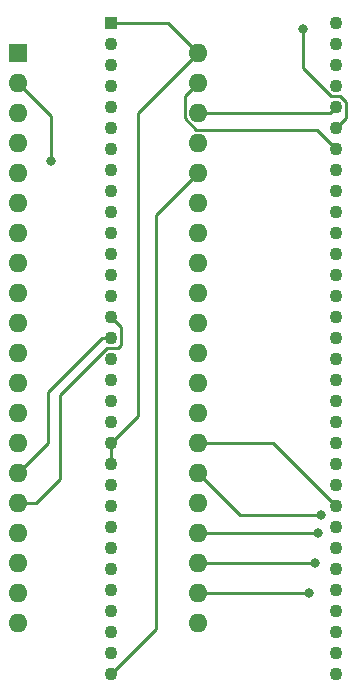
<source format=gbl>
G04 #@! TF.GenerationSoftware,KiCad,Pcbnew,(6.0.0)*
G04 #@! TF.CreationDate,2023-01-29T20:40:06-05:00*
G04 #@! TF.ProjectId,tms7000 64 pin narrow adapter,746d7337-3030-4302-9036-342070696e20,rev?*
G04 #@! TF.SameCoordinates,Original*
G04 #@! TF.FileFunction,Copper,L2,Bot*
G04 #@! TF.FilePolarity,Positive*
%FSLAX46Y46*%
G04 Gerber Fmt 4.6, Leading zero omitted, Abs format (unit mm)*
G04 Created by KiCad (PCBNEW (6.0.0)) date 2023-01-29 20:40:06*
%MOMM*%
%LPD*%
G01*
G04 APERTURE LIST*
G04 #@! TA.AperFunction,ComponentPad*
%ADD10R,1.600000X1.600000*%
G04 #@! TD*
G04 #@! TA.AperFunction,ComponentPad*
%ADD11O,1.600000X1.600000*%
G04 #@! TD*
G04 #@! TA.AperFunction,ComponentPad*
%ADD12R,1.100000X1.100000*%
G04 #@! TD*
G04 #@! TA.AperFunction,ComponentPad*
%ADD13C,1.100000*%
G04 #@! TD*
G04 #@! TA.AperFunction,ViaPad*
%ADD14C,0.800000*%
G04 #@! TD*
G04 #@! TA.AperFunction,Conductor*
%ADD15C,0.250000*%
G04 #@! TD*
G04 APERTURE END LIST*
D10*
X115565000Y-52837000D03*
D11*
X115565000Y-55377000D03*
X115565000Y-57917000D03*
X115565000Y-60457000D03*
X115565000Y-62997000D03*
X115565000Y-65537000D03*
X115565000Y-68077000D03*
X115565000Y-70617000D03*
X115565000Y-73157000D03*
X115565000Y-75697000D03*
X115565000Y-78237000D03*
X115565000Y-80777000D03*
X115565000Y-83317000D03*
X115565000Y-85857000D03*
X115565000Y-88397000D03*
X115565000Y-90937000D03*
X115565000Y-93477000D03*
X115565000Y-96017000D03*
X115565000Y-98557000D03*
X115565000Y-101097000D03*
X130805000Y-101097000D03*
X130805000Y-98557000D03*
X130805000Y-96017000D03*
X130805000Y-93477000D03*
X130805000Y-90937000D03*
X130805000Y-88397000D03*
X130805000Y-85857000D03*
X130805000Y-83317000D03*
X130805000Y-80777000D03*
X130805000Y-78237000D03*
X130805000Y-75697000D03*
X130805000Y-73157000D03*
X130805000Y-70617000D03*
X130805000Y-68077000D03*
X130805000Y-65537000D03*
X130805000Y-62997000D03*
X130805000Y-60457000D03*
X130805000Y-57917000D03*
X130805000Y-55377000D03*
X130805000Y-52837000D03*
D12*
X123444000Y-50292000D03*
D13*
X123444000Y-52070000D03*
X123444000Y-53848000D03*
X123444000Y-55626000D03*
X123444000Y-57404000D03*
X123444000Y-59182000D03*
X123444000Y-60960000D03*
X123444000Y-62738000D03*
X123444000Y-64516000D03*
X123444000Y-66294000D03*
X123444000Y-68072000D03*
X123444000Y-69850000D03*
X123444000Y-71628000D03*
X123444000Y-73406000D03*
X123444000Y-75184000D03*
X123444000Y-76962000D03*
X123444000Y-78740000D03*
X123444000Y-80518000D03*
X123444000Y-82296000D03*
X123444000Y-84074000D03*
X123444000Y-85852000D03*
X123444000Y-87630000D03*
X123444000Y-89408000D03*
X123444000Y-91186000D03*
X123444000Y-92964000D03*
X123444000Y-94742000D03*
X123444000Y-96520000D03*
X123444000Y-98298000D03*
X123444000Y-100076000D03*
X123444000Y-101854000D03*
X123444000Y-103632000D03*
X123444000Y-105410000D03*
X142494000Y-105410000D03*
X142494000Y-103632000D03*
X142494000Y-101854000D03*
X142494000Y-100076000D03*
X142494000Y-98298000D03*
X142494000Y-96520000D03*
X142494000Y-94742000D03*
X142494000Y-92964000D03*
X142494000Y-91186000D03*
X142494000Y-89408000D03*
X142494000Y-87630000D03*
X142494000Y-85852000D03*
X142494000Y-84074000D03*
X142494000Y-82296000D03*
X142494000Y-80518000D03*
X142494000Y-78740000D03*
X142494000Y-76962000D03*
X142494000Y-75184000D03*
X142494000Y-73406000D03*
X142494000Y-71628000D03*
X142494000Y-69850000D03*
X142494000Y-68072000D03*
X142494000Y-66294000D03*
X142494000Y-64516000D03*
X142494000Y-62738000D03*
X142494000Y-60960000D03*
X142494000Y-59182000D03*
X142494000Y-57404000D03*
X142494000Y-55626000D03*
X142494000Y-53848000D03*
X142494000Y-52070000D03*
X142494000Y-50292000D03*
D14*
X139700000Y-50800000D03*
X118364000Y-61976000D03*
X140208000Y-98552000D03*
X140716000Y-96012000D03*
X140970000Y-93472000D03*
X141224000Y-91948000D03*
D15*
X142098511Y-56500511D02*
X139700000Y-54102000D01*
X139700000Y-54102000D02*
X139700000Y-50800000D01*
X143368511Y-58307489D02*
X143368511Y-57012787D01*
X142494000Y-59182000D02*
X143368511Y-58307489D01*
X143368511Y-57012787D02*
X142856235Y-56500511D01*
X142856235Y-56500511D02*
X142098511Y-56500511D01*
X118364000Y-61976000D02*
X118364000Y-58176000D01*
X118364000Y-58176000D02*
X115565000Y-55377000D01*
X118110000Y-85852000D02*
X118110000Y-81518183D01*
X122666183Y-76962000D02*
X123444000Y-76962000D01*
X115565000Y-88397000D02*
X118110000Y-85852000D01*
X118110000Y-81518183D02*
X122666183Y-76962000D01*
X124035533Y-77836511D02*
X123110743Y-77836511D01*
X124318511Y-77553533D02*
X124035533Y-77836511D01*
X123444000Y-75184000D02*
X124318511Y-76058511D01*
X124318511Y-76058511D02*
X124318511Y-77553533D01*
X117089000Y-90937000D02*
X115565000Y-90937000D01*
X119126000Y-88900000D02*
X117089000Y-90937000D01*
X123110743Y-77836511D02*
X119126000Y-81821254D01*
X119126000Y-81821254D02*
X119126000Y-88900000D01*
X140208000Y-98552000D02*
X140203000Y-98557000D01*
X140203000Y-98557000D02*
X130805000Y-98557000D01*
X140716000Y-96012000D02*
X140711000Y-96017000D01*
X140711000Y-96017000D02*
X130805000Y-96017000D01*
X140965000Y-93477000D02*
X130805000Y-93477000D01*
X140970000Y-93472000D02*
X140965000Y-93477000D01*
X141224000Y-91948000D02*
X134356000Y-91948000D01*
X134356000Y-91948000D02*
X130805000Y-88397000D01*
X142494000Y-91186000D02*
X137165000Y-85857000D01*
X137165000Y-85857000D02*
X130805000Y-85857000D01*
X123444000Y-105410000D02*
X127254000Y-101600000D01*
X127254000Y-66548000D02*
X130805000Y-62997000D01*
X127254000Y-101600000D02*
X127254000Y-66548000D01*
X130805000Y-57917000D02*
X141981000Y-57917000D01*
X141981000Y-57917000D02*
X142494000Y-57404000D01*
X130805000Y-55377000D02*
X129680489Y-56501511D01*
X129680489Y-58382789D02*
X130630189Y-59332489D01*
X140866489Y-59332489D02*
X142494000Y-60960000D01*
X130630189Y-59332489D02*
X140866489Y-59332489D01*
X129680489Y-56501511D02*
X129680489Y-58382789D01*
X123444000Y-87630000D02*
X123444000Y-85852000D01*
X123444000Y-50292000D02*
X128260000Y-50292000D01*
X123444000Y-85852000D02*
X125730000Y-83566000D01*
X128260000Y-50292000D02*
X130805000Y-52837000D01*
X125730000Y-83566000D02*
X125730000Y-57912000D01*
X125730000Y-57912000D02*
X130805000Y-52837000D01*
M02*

</source>
